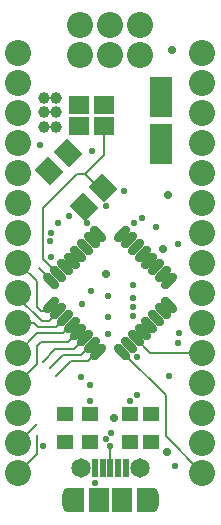
<source format=gbr>
%TF.GenerationSoftware,Altium Limited,Altium Designer,19.1.8 (144)*%
G04 Layer_Color=8388736*
%FSLAX26Y26*%
%MOIN*%
%TF.FileFunction,Soldermask,Top*%
%TF.Part,Single*%
G01*
G75*
%TA.AperFunction,Conductor*%
%ADD19C,0.010000*%
%ADD20C,0.008000*%
%TA.AperFunction,ComponentPad*%
%ADD55C,0.039496*%
%ADD56C,0.086740*%
%ADD57C,0.065087*%
%ADD58O,0.045402X0.082803*%
%TA.AperFunction,ViaPad*%
%ADD59C,0.023000*%
%ADD60C,0.028000*%
%TA.AperFunction,SMDPad,CuDef*%
%ADD64R,0.078000X0.138000*%
%ADD65R,0.067055X0.059181*%
%TA.AperFunction,ConnectorPad*%
%ADD66R,0.023748X0.061150*%
%ADD67R,0.055244X0.082803*%
%ADD68R,0.067055X0.082803*%
%ADD69R,0.057213X0.051307*%
G04:AMPARAMS|DCode=70|XSize=70.992mil|YSize=63.118mil|CornerRadius=0mil|HoleSize=0mil|Usage=FLASHONLY|Rotation=315.000|XOffset=0mil|YOffset=0mil|HoleType=Round|Shape=Rectangle|*
%AMROTATEDRECTD70*
4,1,4,-0.047415,0.002784,-0.002784,0.047415,0.047415,-0.002784,0.002784,-0.047415,-0.047415,0.002784,0.0*
%
%ADD70ROTATEDRECTD70*%

G04:AMPARAMS|DCode=71|XSize=29.654mil|YSize=67.055mil|CornerRadius=0mil|HoleSize=0mil|Usage=FLASHONLY|Rotation=45.000|XOffset=0mil|YOffset=0mil|HoleType=Round|Shape=Round|*
%AMOVALD71*
21,1,0.037402,0.029654,0.000000,0.000000,135.0*
1,1,0.029654,0.013223,-0.013223*
1,1,0.029654,-0.013223,0.013223*
%
%ADD71OVALD71*%

G04:AMPARAMS|DCode=72|XSize=29.654mil|YSize=67.055mil|CornerRadius=0mil|HoleSize=0mil|Usage=FLASHONLY|Rotation=315.000|XOffset=0mil|YOffset=0mil|HoleType=Round|Shape=Round|*
%AMOVALD72*
21,1,0.037402,0.029654,0.000000,0.000000,45.0*
1,1,0.029654,-0.013223,-0.013223*
1,1,0.029654,0.013223,0.013223*
%
%ADD72OVALD72*%

D19*
X337225Y209005D02*
X337275Y209055D01*
X337175Y136175D02*
X337225Y136225D01*
D20*
X252175Y1115801D02*
X298479Y1069497D01*
X311343D01*
X98175Y804277D02*
X140911Y761541D01*
X264073Y492175D02*
X296809Y524911D01*
X30175Y221323D02*
X92175Y283323D01*
X91675Y182823D02*
Y246675D01*
X30175Y121323D02*
X91675Y182823D01*
X112175Y490175D02*
X154175Y532175D01*
X92175Y542175D02*
X107175Y557175D01*
X92175Y483323D02*
Y542175D01*
X30175Y421323D02*
X92175Y483323D01*
X154175Y532175D02*
X214989D01*
X178175Y512175D02*
X239531D01*
X137175Y471175D02*
X178175Y512175D01*
X205175Y492175D02*
X264073D01*
X157175Y444175D02*
X205175Y492175D01*
X30175Y321323D02*
Y345846D01*
X112175Y834819D02*
Y1002175D01*
X225801Y1115801D01*
X252175D01*
X316613Y1180239D02*
Y1277727D01*
X252175Y1115801D02*
X316613Y1180239D01*
X337225Y136225D02*
Y209005D01*
X522469Y243029D02*
X644175Y121323D01*
X522469Y243029D02*
Y379985D01*
X377541Y524911D02*
X522469Y379985D01*
X112175Y834819D02*
X163183Y783813D01*
X239531Y512175D02*
X274537Y547183D01*
X214989Y532175D02*
X252267Y569453D01*
X107175Y557175D02*
X195447D01*
X229995Y591725D01*
X94137Y585285D02*
X179015D01*
X30175Y521323D02*
X94137Y585285D01*
X179015D02*
X207725Y613995D01*
X30175Y621323D02*
X83101D01*
X97249Y607175D01*
X156361D01*
X185453Y636267D01*
X131573Y627175D02*
X162935Y658537D01*
X30175Y704629D02*
Y721323D01*
Y704629D02*
X107629Y627175D01*
X131573D01*
X162935Y658537D02*
X163183D01*
X92175Y673991D02*
Y759323D01*
X30175Y821323D02*
X92175Y759323D01*
Y673991D02*
X107415Y658751D01*
X118853D01*
X140911Y680809D01*
X470213Y521323D02*
X644175D01*
X422083Y569453D02*
X470213Y521323D01*
D55*
X115443Y1371387D02*
D03*
Y1322175D02*
D03*
Y1272963D02*
D03*
X154813D02*
D03*
Y1322175D02*
D03*
Y1371387D02*
D03*
D56*
X437175Y1513175D02*
D03*
X337175D02*
D03*
X237175D02*
D03*
X437175Y1613175D02*
D03*
X337175D02*
D03*
X237175D02*
D03*
X644175Y1521323D02*
D03*
Y1421323D02*
D03*
Y1321323D02*
D03*
Y1221323D02*
D03*
Y1121323D02*
D03*
Y1021323D02*
D03*
Y921323D02*
D03*
Y821323D02*
D03*
Y721323D02*
D03*
Y621323D02*
D03*
Y521323D02*
D03*
Y421323D02*
D03*
Y321323D02*
D03*
Y221323D02*
D03*
Y121323D02*
D03*
X30175Y1521323D02*
D03*
Y1421323D02*
D03*
Y1321323D02*
D03*
Y1221323D02*
D03*
Y1121323D02*
D03*
Y1021323D02*
D03*
Y921323D02*
D03*
Y821323D02*
D03*
Y721323D02*
D03*
Y621323D02*
D03*
Y521323D02*
D03*
Y421323D02*
D03*
Y321323D02*
D03*
Y221323D02*
D03*
Y121323D02*
D03*
D57*
X238749Y136175D02*
D03*
X435601D02*
D03*
D58*
X199379Y29875D02*
D03*
X474971D02*
D03*
D59*
X113175Y210175D02*
D03*
X287175Y87175D02*
D03*
X322620Y233856D02*
D03*
X507175Y1166175D02*
D03*
X102175Y1212175D02*
D03*
X275175Y1193175D02*
D03*
X330175Y711423D02*
D03*
X330175Y639175D02*
D03*
X328175Y583175D02*
D03*
X138175Y840175D02*
D03*
X241175Y684175D02*
D03*
X271175Y727175D02*
D03*
X531175Y444175D02*
D03*
X412175Y642175D02*
D03*
X137175Y892175D02*
D03*
X383175Y1061175D02*
D03*
X340175Y254175D02*
D03*
X337275Y209055D02*
D03*
X322175Y1009175D02*
D03*
X562175Y882070D02*
D03*
X412175Y702175D02*
D03*
Y672175D02*
D03*
X413491Y747175D02*
D03*
X424675Y379985D02*
D03*
X140911Y921493D02*
D03*
X163183Y951894D02*
D03*
X200771Y976894D02*
D03*
X424675Y508183D02*
D03*
X268175Y360195D02*
D03*
X401423D02*
D03*
X270587Y414971D02*
D03*
X240685Y441442D02*
D03*
X567109Y586794D02*
D03*
X562175Y552175D02*
D03*
X441775Y970610D02*
D03*
X488897Y938968D02*
D03*
X416652Y953435D02*
D03*
X259758D02*
D03*
X553175Y144376D02*
D03*
D60*
X544004Y1530660D02*
D03*
X322175Y783175D02*
D03*
X350175Y304175D02*
D03*
X527175Y190175D02*
D03*
X530175Y1045175D02*
D03*
X511175Y867175D02*
D03*
D64*
X507175Y1216585D02*
D03*
Y1372175D02*
D03*
D65*
X232175Y1277727D02*
D03*
Y1346623D02*
D03*
X316613Y1277727D02*
D03*
Y1346623D02*
D03*
D66*
X285993Y136175D02*
D03*
X311585D02*
D03*
X337175D02*
D03*
X362765D02*
D03*
X388357D02*
D03*
D67*
X451349Y29875D02*
D03*
X223001D02*
D03*
D68*
X376545D02*
D03*
X297805D02*
D03*
D69*
X187175Y315175D02*
D03*
Y222655D02*
D03*
X268175Y315175D02*
D03*
Y222655D02*
D03*
X401175Y315175D02*
D03*
Y222655D02*
D03*
X474175D02*
D03*
Y315175D02*
D03*
D70*
X194419Y1186421D02*
D03*
X311343Y1069497D02*
D03*
X250097Y1008253D02*
D03*
X133175Y1125175D02*
D03*
D71*
X296809Y917439D02*
D03*
X274537Y895167D02*
D03*
X252267Y872897D02*
D03*
X229995Y850625D02*
D03*
X207725Y828355D02*
D03*
X185453Y806083D02*
D03*
X163183Y783813D02*
D03*
X140911Y761541D02*
D03*
X377541Y524911D02*
D03*
X399813Y547183D02*
D03*
X422083Y569453D02*
D03*
X444355Y591725D02*
D03*
X466625Y613995D02*
D03*
X488897Y636267D02*
D03*
X511167Y658537D02*
D03*
X533439Y680809D02*
D03*
D72*
X140911D02*
D03*
X163183Y658537D02*
D03*
X185453Y636267D02*
D03*
X207725Y613995D02*
D03*
X229995Y591725D02*
D03*
X252267Y569453D02*
D03*
X274537Y547183D02*
D03*
X296809Y524911D02*
D03*
X533439Y761541D02*
D03*
X511167Y783813D02*
D03*
X488897Y806083D02*
D03*
X466625Y828355D02*
D03*
X444355Y850625D02*
D03*
X422083Y872897D02*
D03*
X399813Y895167D02*
D03*
X377541Y917439D02*
D03*
%TF.MD5,fc188eb7d01167f0e90396986237fd69*%
M02*

</source>
